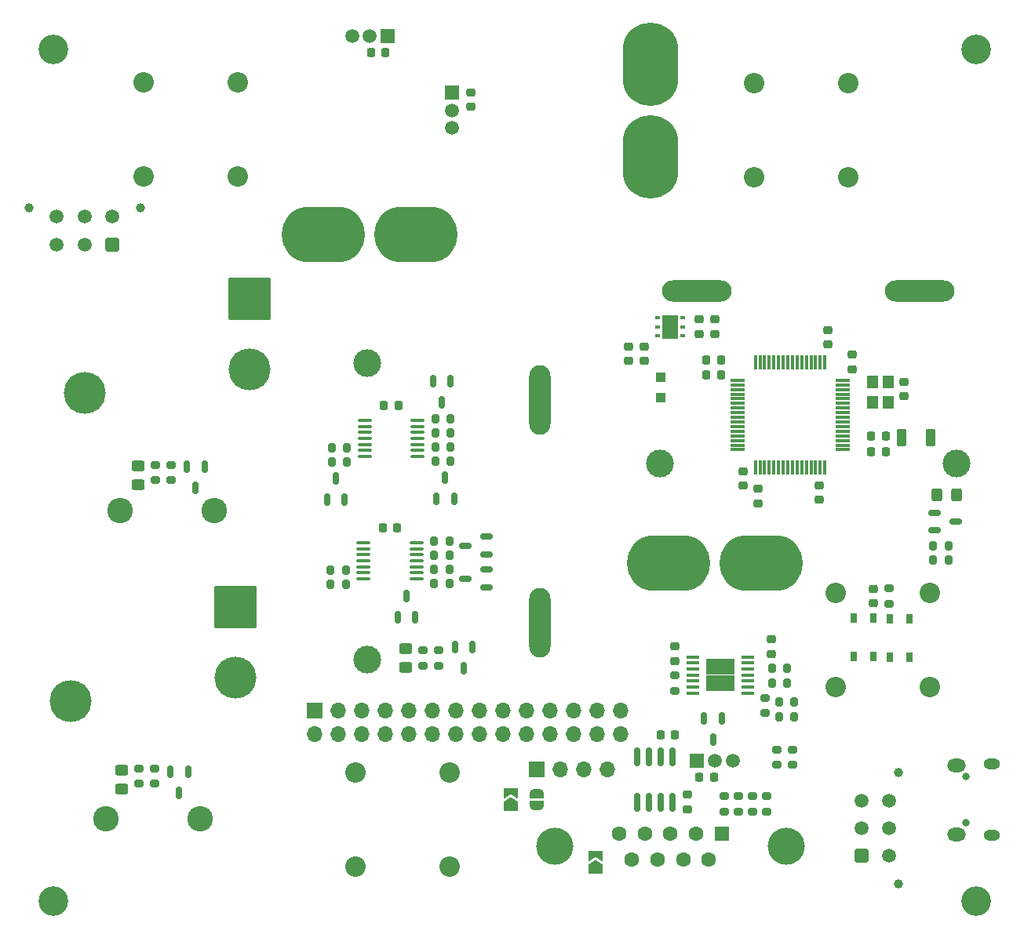
<source format=gbs>
G04 #@! TF.GenerationSoftware,KiCad,Pcbnew,7.0.2*
G04 #@! TF.CreationDate,2023-11-05T14:56:03-07:00*
G04 #@! TF.ProjectId,Relay_Board_Lucy_V1,52656c61-795f-4426-9f61-72645f4c7563,V1.0*
G04 #@! TF.SameCoordinates,Original*
G04 #@! TF.FileFunction,Soldermask,Bot*
G04 #@! TF.FilePolarity,Negative*
%FSLAX46Y46*%
G04 Gerber Fmt 4.6, Leading zero omitted, Abs format (unit mm)*
G04 Created by KiCad (PCBNEW 7.0.2) date 2023-11-05 14:56:03*
%MOMM*%
%LPD*%
G01*
G04 APERTURE LIST*
G04 Aperture macros list*
%AMRoundRect*
0 Rectangle with rounded corners*
0 $1 Rounding radius*
0 $2 $3 $4 $5 $6 $7 $8 $9 X,Y pos of 4 corners*
0 Add a 4 corners polygon primitive as box body*
4,1,4,$2,$3,$4,$5,$6,$7,$8,$9,$2,$3,0*
0 Add four circle primitives for the rounded corners*
1,1,$1+$1,$2,$3*
1,1,$1+$1,$4,$5*
1,1,$1+$1,$6,$7*
1,1,$1+$1,$8,$9*
0 Add four rect primitives between the rounded corners*
20,1,$1+$1,$2,$3,$4,$5,0*
20,1,$1+$1,$4,$5,$6,$7,0*
20,1,$1+$1,$6,$7,$8,$9,0*
20,1,$1+$1,$8,$9,$2,$3,0*%
%AMFreePoly0*
4,1,19,0.500000,-0.750000,0.000000,-0.750000,0.000000,-0.744911,-0.071157,-0.744911,-0.207708,-0.704816,-0.327430,-0.627875,-0.420627,-0.520320,-0.479746,-0.390866,-0.500000,-0.250000,-0.500000,0.250000,-0.479746,0.390866,-0.420627,0.520320,-0.327430,0.627875,-0.207708,0.704816,-0.071157,0.744911,0.000000,0.744911,0.000000,0.750000,0.500000,0.750000,0.500000,-0.750000,0.500000,-0.750000,
$1*%
%AMFreePoly1*
4,1,19,0.000000,0.744911,0.071157,0.744911,0.207708,0.704816,0.327430,0.627875,0.420627,0.520320,0.479746,0.390866,0.500000,0.250000,0.500000,-0.250000,0.479746,-0.390866,0.420627,-0.520320,0.327430,-0.627875,0.207708,-0.704816,0.071157,-0.744911,0.000000,-0.744911,0.000000,-0.750000,-0.500000,-0.750000,-0.500000,0.750000,0.000000,0.750000,0.000000,0.744911,0.000000,0.744911,
$1*%
%AMFreePoly2*
4,1,6,1.000000,0.000000,0.500000,-0.750000,-0.500000,-0.750000,-0.500000,0.750000,0.500000,0.750000,1.000000,0.000000,1.000000,0.000000,$1*%
%AMFreePoly3*
4,1,6,0.500000,-0.750000,-0.650000,-0.750000,-0.150000,0.000000,-0.650000,0.750000,0.500000,0.750000,0.500000,-0.750000,0.500000,-0.750000,$1*%
G04 Aperture macros list end*
%ADD10O,0.800000X0.800000*%
%ADD11O,1.800000X1.150000*%
%ADD12O,2.000000X1.450000*%
%ADD13RoundRect,0.102000X-2.159000X-2.159000X2.159000X-2.159000X2.159000X2.159000X-2.159000X2.159000X0*%
%ADD14C,4.522000*%
%ADD15C,2.744000*%
%ADD16C,2.209800*%
%ADD17R,1.700000X1.700000*%
%ADD18O,1.700000X1.700000*%
%ADD19C,1.000000*%
%ADD20RoundRect,0.250001X0.499999X0.499999X-0.499999X0.499999X-0.499999X-0.499999X0.499999X-0.499999X0*%
%ADD21C,1.500000*%
%ADD22C,3.200000*%
%ADD23O,7.500000X2.300000*%
%ADD24C,3.000000*%
%ADD25O,2.300000X7.500000*%
%ADD26R,1.500000X1.500000*%
%ADD27C,0.800000*%
%ADD28O,9.000000X6.000000*%
%ADD29RoundRect,0.250001X0.499999X-0.499999X0.499999X0.499999X-0.499999X0.499999X-0.499999X-0.499999X0*%
%ADD30O,6.000000X9.000000*%
%ADD31C,4.000000*%
%ADD32R,1.600000X1.600000*%
%ADD33C,1.600000*%
%ADD34RoundRect,0.200000X0.275000X-0.200000X0.275000X0.200000X-0.275000X0.200000X-0.275000X-0.200000X0*%
%ADD35R,0.650000X1.050000*%
%ADD36RoundRect,0.200000X0.200000X0.275000X-0.200000X0.275000X-0.200000X-0.275000X0.200000X-0.275000X0*%
%ADD37RoundRect,0.150000X-0.150000X0.512500X-0.150000X-0.512500X0.150000X-0.512500X0.150000X0.512500X0*%
%ADD38RoundRect,0.200000X-0.200000X-0.275000X0.200000X-0.275000X0.200000X0.275000X-0.200000X0.275000X0*%
%ADD39RoundRect,0.150000X0.150000X-0.512500X0.150000X0.512500X-0.150000X0.512500X-0.150000X-0.512500X0*%
%ADD40RoundRect,0.150000X-0.150000X0.825000X-0.150000X-0.825000X0.150000X-0.825000X0.150000X0.825000X0*%
%ADD41RoundRect,0.225000X-0.250000X0.225000X-0.250000X-0.225000X0.250000X-0.225000X0.250000X0.225000X0*%
%ADD42RoundRect,0.225000X0.225000X0.250000X-0.225000X0.250000X-0.225000X-0.250000X0.225000X-0.250000X0*%
%ADD43RoundRect,0.225000X0.250000X-0.225000X0.250000X0.225000X-0.250000X0.225000X-0.250000X-0.225000X0*%
%ADD44RoundRect,0.150000X0.512500X0.150000X-0.512500X0.150000X-0.512500X-0.150000X0.512500X-0.150000X0*%
%ADD45RoundRect,0.200000X-0.275000X0.200000X-0.275000X-0.200000X0.275000X-0.200000X0.275000X0.200000X0*%
%ADD46RoundRect,0.250000X-0.450000X0.325000X-0.450000X-0.325000X0.450000X-0.325000X0.450000X0.325000X0*%
%ADD47RoundRect,0.225000X-0.225000X-0.250000X0.225000X-0.250000X0.225000X0.250000X-0.225000X0.250000X0*%
%ADD48RoundRect,0.100000X0.637500X0.100000X-0.637500X0.100000X-0.637500X-0.100000X0.637500X-0.100000X0*%
%ADD49R,1.000000X1.000000*%
%ADD50RoundRect,0.075000X0.700000X0.075000X-0.700000X0.075000X-0.700000X-0.075000X0.700000X-0.075000X0*%
%ADD51RoundRect,0.075000X0.075000X0.700000X-0.075000X0.700000X-0.075000X-0.700000X0.075000X-0.700000X0*%
%ADD52FreePoly0,90.000000*%
%ADD53FreePoly1,90.000000*%
%ADD54RoundRect,0.250000X0.325000X0.450000X-0.325000X0.450000X-0.325000X-0.450000X0.325000X-0.450000X0*%
%ADD55FreePoly2,90.000000*%
%ADD56FreePoly3,90.000000*%
%ADD57R,0.630000X0.450000*%
%ADD58R,1.700000X2.600000*%
%ADD59RoundRect,0.250000X0.275000X0.700000X-0.275000X0.700000X-0.275000X-0.700000X0.275000X-0.700000X0*%
%ADD60RoundRect,0.150000X-0.512500X-0.150000X0.512500X-0.150000X0.512500X0.150000X-0.512500X0.150000X0*%
%ADD61R,1.450000X0.450000*%
%ADD62R,1.500000X1.800000*%
%ADD63R,1.200000X1.400000*%
G04 APERTURE END LIST*
D10*
X189700000Y-140422000D03*
X189700000Y-135422000D03*
D11*
X192450000Y-141797000D03*
D12*
X188650000Y-141647000D03*
X188650000Y-134197000D03*
D11*
X192450000Y-134047000D03*
D13*
X110800000Y-117100000D03*
D14*
X110800000Y-124720000D03*
D15*
X106990000Y-139960000D03*
X96830000Y-139960000D03*
D14*
X93020000Y-127260000D03*
D16*
X175641000Y-125730000D03*
X185801000Y-125730000D03*
X175641000Y-115570000D03*
X185801000Y-115570000D03*
D17*
X119390000Y-128270000D03*
D18*
X119390000Y-130810000D03*
X121930000Y-128270000D03*
X121930000Y-130810000D03*
X124470000Y-128270000D03*
X124470000Y-130810000D03*
X127010000Y-128270000D03*
X127010000Y-130810000D03*
X129550000Y-128270000D03*
X129550000Y-130810000D03*
X132090000Y-128270000D03*
X132090000Y-130810000D03*
X134630000Y-128270000D03*
X134630000Y-130810000D03*
X137170000Y-128270000D03*
X137170000Y-130810000D03*
X139710000Y-128270000D03*
X139710000Y-130810000D03*
X142250000Y-128270000D03*
X142250000Y-130810000D03*
X144790000Y-128270000D03*
X144790000Y-130810000D03*
X147330000Y-128270000D03*
X147330000Y-130810000D03*
X149870000Y-128270000D03*
X149870000Y-130810000D03*
X152410000Y-128270000D03*
X152410000Y-130810000D03*
D17*
X143383000Y-134620000D03*
D18*
X145923000Y-134620000D03*
X148463000Y-134620000D03*
X151003000Y-134620000D03*
D16*
X123825000Y-135001000D03*
X123825000Y-145161000D03*
X133985000Y-135001000D03*
X133985000Y-145161000D03*
D19*
X100567000Y-74038000D03*
X88567000Y-74038000D03*
D20*
X97567000Y-77978000D03*
D21*
X94567000Y-77978000D03*
X91567000Y-77978000D03*
X97567000Y-74978000D03*
X94567000Y-74978000D03*
X91567000Y-74978000D03*
D22*
X190754000Y-56896000D03*
D23*
X160650000Y-83000000D03*
X184650000Y-83000000D03*
D24*
X188650000Y-101600000D03*
X156650000Y-101600000D03*
D25*
X143695000Y-94805000D03*
X143695000Y-118805000D03*
D24*
X125095000Y-122805000D03*
X125095000Y-90805000D03*
D16*
X111125000Y-70612000D03*
X111125000Y-60452000D03*
X100965000Y-70612000D03*
X100965000Y-60452000D03*
D26*
X160660000Y-133745000D03*
D21*
X162570000Y-133745000D03*
X164480000Y-133745000D03*
D27*
X163620000Y-111715000D03*
X163620000Y-112975000D03*
X164370000Y-110685000D03*
X164370000Y-114005000D03*
X165570000Y-110295000D03*
X165570000Y-114395000D03*
X166900000Y-110295000D03*
X166900000Y-114395000D03*
D28*
X167570000Y-112345000D03*
D27*
X168240000Y-110295000D03*
X168240000Y-114395000D03*
X169570000Y-110295000D03*
X169570000Y-114395000D03*
X170770000Y-110685000D03*
X170770000Y-114005000D03*
X171520000Y-111715000D03*
X171520000Y-112975000D03*
X153620000Y-111715000D03*
X153620000Y-112975000D03*
X154370000Y-110685000D03*
X154370000Y-114005000D03*
X155570000Y-110295000D03*
X155570000Y-114395000D03*
X156900000Y-110295000D03*
X156900000Y-114395000D03*
D28*
X157570000Y-112345000D03*
D27*
X158240000Y-110295000D03*
X158240000Y-114395000D03*
X159570000Y-110295000D03*
X159570000Y-114395000D03*
X160770000Y-110685000D03*
X160770000Y-114005000D03*
X161520000Y-111715000D03*
X161520000Y-112975000D03*
D22*
X91186000Y-148844000D03*
X190754000Y-148844000D03*
D19*
X182340000Y-147000000D03*
X182340000Y-135000000D03*
D29*
X178400000Y-144000000D03*
D21*
X178400000Y-141000000D03*
X178400000Y-138000000D03*
X181400000Y-144000000D03*
X181400000Y-141000000D03*
X181400000Y-138000000D03*
D26*
X134225000Y-61600000D03*
D21*
X134225000Y-63510000D03*
X134225000Y-65420000D03*
D27*
X156255000Y-64560000D03*
X154995000Y-64560000D03*
X157285000Y-65310000D03*
X153965000Y-65310000D03*
X157675000Y-66510000D03*
X153575000Y-66510000D03*
X157675000Y-67840000D03*
X153575000Y-67840000D03*
D30*
X155625000Y-68510000D03*
D27*
X157675000Y-69180000D03*
X153575000Y-69180000D03*
X157675000Y-70510000D03*
X153575000Y-70510000D03*
X157285000Y-71710000D03*
X153965000Y-71710000D03*
X156255000Y-72460000D03*
X154995000Y-72460000D03*
X156255000Y-54560000D03*
X154995000Y-54560000D03*
X157285000Y-55310000D03*
X153965000Y-55310000D03*
X157675000Y-56510000D03*
X153575000Y-56510000D03*
X157675000Y-57840000D03*
X153575000Y-57840000D03*
D30*
X155625000Y-58510000D03*
D27*
X157675000Y-59180000D03*
X153575000Y-59180000D03*
X157675000Y-60510000D03*
X153575000Y-60510000D03*
X157285000Y-61710000D03*
X153965000Y-61710000D03*
X156255000Y-62460000D03*
X154995000Y-62460000D03*
D16*
X176931600Y-70739101D03*
X176931600Y-60579101D03*
X166771600Y-70739101D03*
X166771600Y-60579101D03*
D13*
X112400000Y-83840000D03*
D14*
X112400000Y-91460000D03*
D15*
X108590000Y-106700000D03*
X98430000Y-106700000D03*
D14*
X94620000Y-94000000D03*
D31*
X145270000Y-142979000D03*
X170270000Y-142979000D03*
D32*
X163310000Y-141559000D03*
D33*
X160540000Y-141559000D03*
X157770000Y-141559000D03*
X155000000Y-141559000D03*
X152230000Y-141559000D03*
X161925000Y-144399000D03*
X159155000Y-144399000D03*
X156385000Y-144399000D03*
X153615000Y-144399000D03*
D22*
X91186000Y-56896000D03*
D26*
X127249000Y-55485000D03*
D21*
X125339000Y-55485000D03*
X123429000Y-55485000D03*
D27*
X124289000Y-77515000D03*
X124289000Y-76255000D03*
X123539000Y-78545000D03*
X123539000Y-75225000D03*
X122339000Y-78935000D03*
X122339000Y-74835000D03*
X121009000Y-78935000D03*
X121009000Y-74835000D03*
D28*
X120339000Y-76885000D03*
D27*
X119669000Y-78935000D03*
X119669000Y-74835000D03*
X118339000Y-78935000D03*
X118339000Y-74835000D03*
X117139000Y-78545000D03*
X117139000Y-75225000D03*
X116389000Y-77515000D03*
X116389000Y-76255000D03*
X134289000Y-77515000D03*
X134289000Y-76255000D03*
X133539000Y-78545000D03*
X133539000Y-75225000D03*
X132339000Y-78935000D03*
X132339000Y-74835000D03*
X131009000Y-78935000D03*
X131009000Y-74835000D03*
D28*
X130339000Y-76885000D03*
D27*
X129669000Y-78935000D03*
X129669000Y-74835000D03*
X128339000Y-78935000D03*
X128339000Y-74835000D03*
X127139000Y-78545000D03*
X127139000Y-75225000D03*
X126389000Y-77515000D03*
X126389000Y-76255000D03*
D34*
X165100000Y-139191000D03*
X165100000Y-137541000D03*
D35*
X177555000Y-118321000D03*
X177555000Y-122471000D03*
X179705000Y-118321000D03*
X179705000Y-122471000D03*
D36*
X122745000Y-113157000D03*
X121095000Y-113157000D03*
D37*
X103825000Y-134879500D03*
X105725000Y-134879500D03*
X104775000Y-137154500D03*
D38*
X168720000Y-123698000D03*
X170370000Y-123698000D03*
X132271000Y-111506000D03*
X133921000Y-111506000D03*
D39*
X134427000Y-105404500D03*
X132527000Y-105404500D03*
X133477000Y-103129500D03*
D40*
X154178000Y-133288000D03*
X155448000Y-133288000D03*
X156718000Y-133288000D03*
X157988000Y-133288000D03*
X157988000Y-138238000D03*
X156718000Y-138238000D03*
X155448000Y-138238000D03*
X154178000Y-138238000D03*
D36*
X122745000Y-114681000D03*
X121095000Y-114681000D03*
D41*
X183007000Y-92824000D03*
X183007000Y-94374000D03*
D42*
X163208000Y-92075000D03*
X161658000Y-92075000D03*
D41*
X165608000Y-102476000D03*
X165608000Y-104026000D03*
D43*
X179705000Y-116726000D03*
X179705000Y-115176000D03*
D44*
X137916500Y-109540000D03*
X137916500Y-111440000D03*
X135641500Y-110490000D03*
D45*
X163576000Y-137541000D03*
X163576000Y-139191000D03*
D46*
X129190500Y-121594000D03*
X129190500Y-123644000D03*
D47*
X156705000Y-130937000D03*
X158255000Y-130937000D03*
D48*
X130497500Y-96983000D03*
X130497500Y-97633000D03*
X130497500Y-98283000D03*
X130497500Y-98933000D03*
X130497500Y-99583000D03*
X130497500Y-100233000D03*
X130497500Y-100883000D03*
X124772500Y-100883000D03*
X124772500Y-100233000D03*
X124772500Y-99583000D03*
X124772500Y-98933000D03*
X124772500Y-98283000D03*
X124772500Y-97633000D03*
X124772500Y-96983000D03*
D41*
X136271000Y-61582000D03*
X136271000Y-63132000D03*
D43*
X168656000Y-122187000D03*
X168656000Y-120637000D03*
D38*
X132398000Y-99822000D03*
X134048000Y-99822000D03*
D34*
X169291000Y-134175000D03*
X169291000Y-132525000D03*
D37*
X134527000Y-121417500D03*
X136427000Y-121417500D03*
X135477000Y-123692500D03*
D43*
X177419000Y-91453000D03*
X177419000Y-89903000D03*
D49*
X156718000Y-92329000D03*
D47*
X160896000Y-135509000D03*
X162446000Y-135509000D03*
D34*
X132746500Y-123444000D03*
X132746500Y-121794000D03*
D50*
X176363000Y-92643000D03*
X176363000Y-93143000D03*
X176363000Y-93643000D03*
X176363000Y-94143000D03*
X176363000Y-94643000D03*
X176363000Y-95143000D03*
X176363000Y-95643000D03*
X176363000Y-96143000D03*
X176363000Y-96643000D03*
X176363000Y-97143000D03*
X176363000Y-97643000D03*
X176363000Y-98143000D03*
X176363000Y-98643000D03*
X176363000Y-99143000D03*
X176363000Y-99643000D03*
X176363000Y-100143000D03*
D51*
X174438000Y-102068000D03*
X173938000Y-102068000D03*
X173438000Y-102068000D03*
X172938000Y-102068000D03*
X172438000Y-102068000D03*
X171938000Y-102068000D03*
X171438000Y-102068000D03*
X170938000Y-102068000D03*
X170438000Y-102068000D03*
X169938000Y-102068000D03*
X169438000Y-102068000D03*
X168938000Y-102068000D03*
X168438000Y-102068000D03*
X167938000Y-102068000D03*
X167438000Y-102068000D03*
X166938000Y-102068000D03*
D50*
X165013000Y-100143000D03*
X165013000Y-99643000D03*
X165013000Y-99143000D03*
X165013000Y-98643000D03*
X165013000Y-98143000D03*
X165013000Y-97643000D03*
X165013000Y-97143000D03*
X165013000Y-96643000D03*
X165013000Y-96143000D03*
X165013000Y-95643000D03*
X165013000Y-95143000D03*
X165013000Y-94643000D03*
X165013000Y-94143000D03*
X165013000Y-93643000D03*
X165013000Y-93143000D03*
X165013000Y-92643000D03*
D51*
X166938000Y-90718000D03*
X167438000Y-90718000D03*
X167938000Y-90718000D03*
X168438000Y-90718000D03*
X168938000Y-90718000D03*
X169438000Y-90718000D03*
X169938000Y-90718000D03*
X170438000Y-90718000D03*
X170938000Y-90718000D03*
X171438000Y-90718000D03*
X171938000Y-90718000D03*
X172438000Y-90718000D03*
X172938000Y-90718000D03*
X173438000Y-90718000D03*
X173938000Y-90718000D03*
X174438000Y-90718000D03*
D38*
X132398000Y-96774000D03*
X134048000Y-96774000D03*
D36*
X122872000Y-99949000D03*
X121222000Y-99949000D03*
D37*
X132146000Y-92715500D03*
X134046000Y-92715500D03*
X133096000Y-94990500D03*
D41*
X153289000Y-89014000D03*
X153289000Y-90564000D03*
D52*
X143383000Y-138572000D03*
D53*
X143383000Y-137272000D03*
D45*
X181356000Y-115126000D03*
X181356000Y-116776000D03*
D43*
X162560000Y-87630000D03*
X162560000Y-86080000D03*
D36*
X122872000Y-101473000D03*
X121222000Y-101473000D03*
D54*
X188604000Y-105029000D03*
X186554000Y-105029000D03*
D48*
X130370500Y-110191000D03*
X130370500Y-110841000D03*
X130370500Y-111491000D03*
X130370500Y-112141000D03*
X130370500Y-112791000D03*
X130370500Y-113441000D03*
X130370500Y-114091000D03*
X124645500Y-114091000D03*
X124645500Y-113441000D03*
X124645500Y-112791000D03*
X124645500Y-112141000D03*
X124645500Y-111491000D03*
X124645500Y-110841000D03*
X124645500Y-110191000D03*
D37*
X105603000Y-101986500D03*
X107503000Y-101986500D03*
X106553000Y-104261500D03*
D42*
X163208000Y-90424000D03*
X161658000Y-90424000D03*
D38*
X132398000Y-98298000D03*
X134048000Y-98298000D03*
D39*
X122616000Y-105531500D03*
X120716000Y-105531500D03*
X121666000Y-103256500D03*
D37*
X161422000Y-129159000D03*
X163322000Y-129159000D03*
X162372000Y-131434000D03*
D45*
X158242000Y-124524000D03*
X158242000Y-126174000D03*
D43*
X160909000Y-87643000D03*
X160909000Y-86093000D03*
D46*
X98552000Y-134738000D03*
X98552000Y-136788000D03*
D55*
X149733000Y-145378000D03*
D56*
X149733000Y-143928000D03*
D38*
X132271000Y-114554000D03*
X133921000Y-114554000D03*
D41*
X173863000Y-104000000D03*
X173863000Y-105550000D03*
D38*
X169482000Y-127358127D03*
X171132000Y-127358127D03*
X132271000Y-113030000D03*
X133921000Y-113030000D03*
D34*
X170942000Y-134175000D03*
X170942000Y-132525000D03*
D44*
X137916500Y-113096000D03*
X137916500Y-114996000D03*
X135641500Y-114046000D03*
D57*
X156394000Y-87818000D03*
X156394000Y-86868000D03*
X156394000Y-85918000D03*
X159074000Y-85918000D03*
X159074000Y-86868000D03*
X159074000Y-87818000D03*
D58*
X157734000Y-86868000D03*
D59*
X185852000Y-98806000D03*
X182702000Y-98806000D03*
D46*
X100330000Y-101845000D03*
X100330000Y-103895000D03*
D38*
X169482000Y-129009127D03*
X171132000Y-129009127D03*
X132398000Y-101346000D03*
X134048000Y-101346000D03*
D47*
X179438000Y-100330000D03*
X180988000Y-100330000D03*
D34*
X131095500Y-123444000D03*
X131095500Y-121794000D03*
D42*
X127013000Y-57277000D03*
X125463000Y-57277000D03*
D34*
X168148000Y-139191000D03*
X168148000Y-137541000D03*
D42*
X128283000Y-108585000D03*
X126733000Y-108585000D03*
D38*
X168720000Y-125349000D03*
X170370000Y-125349000D03*
D43*
X159639000Y-138951000D03*
X159639000Y-137401000D03*
D42*
X128410000Y-95377000D03*
X126860000Y-95377000D03*
D45*
X166624000Y-137541000D03*
X166624000Y-139191000D03*
D38*
X132271000Y-109982000D03*
X133921000Y-109982000D03*
D34*
X102235000Y-103441000D03*
X102235000Y-101791000D03*
D43*
X174752000Y-88786000D03*
X174752000Y-87236000D03*
D47*
X179438000Y-98679000D03*
X180988000Y-98679000D03*
D34*
X168021000Y-128587000D03*
X168021000Y-126937000D03*
D36*
X187769000Y-110490000D03*
X186119000Y-110490000D03*
D39*
X130236000Y-118231500D03*
X128336000Y-118231500D03*
X129286000Y-115956500D03*
D41*
X154940000Y-89014000D03*
X154940000Y-90564000D03*
X167259000Y-104381000D03*
X167259000Y-105931000D03*
D60*
X186309000Y-108839000D03*
X186309000Y-106939000D03*
X188584000Y-107889000D03*
D34*
X100457000Y-136207000D03*
X100457000Y-134557000D03*
D41*
X158242000Y-121399000D03*
X158242000Y-122949000D03*
D34*
X103886000Y-103441000D03*
X103886000Y-101791000D03*
D55*
X140589000Y-138647000D03*
D56*
X140589000Y-137197000D03*
D61*
X166133000Y-122521000D03*
X166133000Y-123171000D03*
X166133000Y-123821000D03*
X166133000Y-124471000D03*
X166133000Y-125121000D03*
X166133000Y-125771000D03*
X166133000Y-126421000D03*
X160233000Y-126421000D03*
X160233000Y-125771000D03*
X160233000Y-125121000D03*
X160233000Y-124471000D03*
X160233000Y-123821000D03*
X160233000Y-123171000D03*
X160233000Y-122521000D03*
D62*
X163933000Y-125371000D03*
X163933000Y-123571000D03*
X162433000Y-125371000D03*
X162433000Y-123571000D03*
D63*
X181317000Y-92829200D03*
X181317000Y-95029200D03*
X179617000Y-95029200D03*
X179617000Y-92829200D03*
D49*
X156718000Y-94488000D03*
D36*
X187769000Y-112014000D03*
X186119000Y-112014000D03*
D34*
X102108000Y-136207000D03*
X102108000Y-134557000D03*
D35*
X183574000Y-122512000D03*
X183574000Y-118362000D03*
X181424000Y-122512000D03*
X181424000Y-118362000D03*
M02*

</source>
